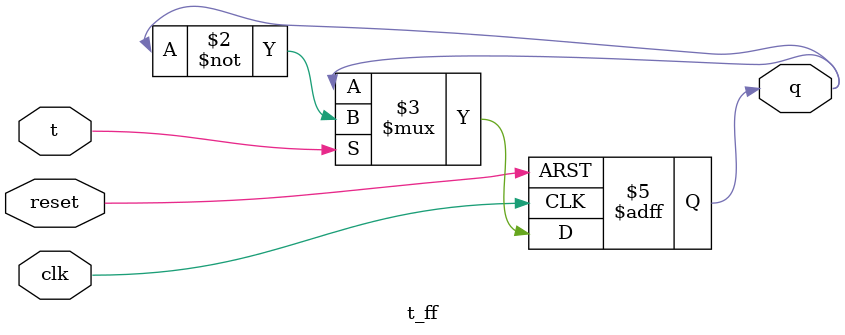
<source format=v>
module async_up_counter(
  input clk,
  input reset,
  output [3:0] q
);
  wire q0, q1, q2, q3;

  t_ff t0 (.clk(clk),   .reset(reset), .t(1'b1), .q(q0));
  t_ff t1 (.clk(~q0),    .reset(reset), .t(1'b1), .q(q1));
  t_ff t2 (.clk(~q1),    .reset(reset), .t(1'b1), .q(q2));
  t_ff t3 (.clk(~q2),    .reset(reset), .t(1'b1), .q(q3));

  assign q = {q3, q2, q1, q0};
endmodule

module t_ff(input clk, reset, t, output reg q);
  always @(posedge clk or posedge reset) begin
    if (reset)
      q <= 1'b0;
    else if (t)
      q <= ~q;
  end
endmodule


</source>
